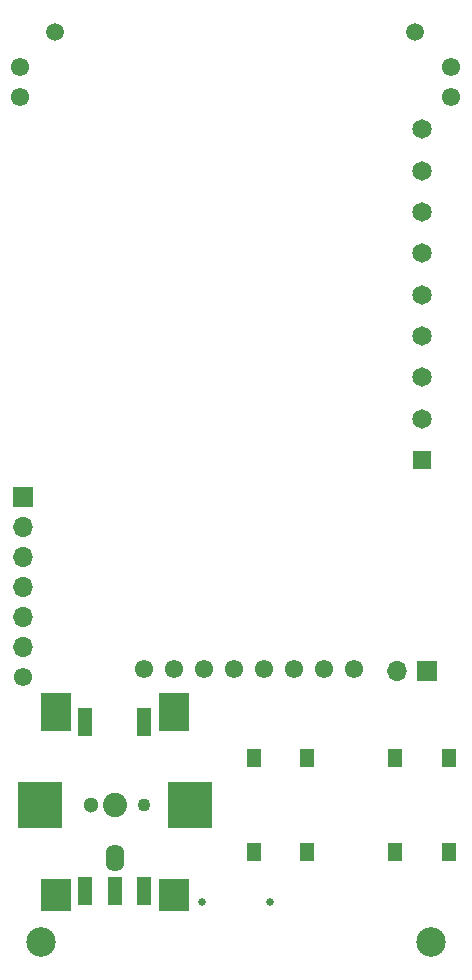
<source format=gbr>
%TF.GenerationSoftware,KiCad,Pcbnew,8.0.6*%
%TF.CreationDate,2024-11-14T19:13:27+01:00*%
%TF.ProjectId,AxxSolder,41787853-6f6c-4646-9572-2e6b69636164,rev?*%
%TF.SameCoordinates,Original*%
%TF.FileFunction,Soldermask,Top*%
%TF.FilePolarity,Negative*%
%FSLAX46Y46*%
G04 Gerber Fmt 4.6, Leading zero omitted, Abs format (unit mm)*
G04 Created by KiCad (PCBNEW 8.0.6) date 2024-11-14 19:13:27*
%MOMM*%
%LPD*%
G01*
G04 APERTURE LIST*
%ADD10C,1.500000*%
%ADD11C,1.550000*%
%ADD12R,1.300000X1.550000*%
%ADD13C,2.500000*%
%ADD14C,1.300000*%
%ADD15C,2.050000*%
%ADD16O,1.550000X2.300000*%
%ADD17C,1.100000*%
%ADD18R,1.300000X2.400000*%
%ADD19R,3.750000X4.000000*%
%ADD20R,2.500000X3.200000*%
%ADD21R,2.500000X2.700000*%
%ADD22R,1.650000X1.650000*%
%ADD23C,1.650000*%
%ADD24R,1.700000X1.700000*%
%ADD25O,1.700000X1.700000*%
%ADD26C,0.650000*%
G04 APERTURE END LIST*
D10*
%TO.C,TFT1*%
X165220000Y-69950000D03*
X195700000Y-69950000D03*
%TD*%
D11*
%TO.C,J7*%
X172720000Y-123900000D03*
X175260000Y-123900000D03*
X177800000Y-123900000D03*
X180340000Y-123900000D03*
X182880000Y-123900000D03*
X185420000Y-123900000D03*
X187960000Y-123900000D03*
X190500000Y-123900000D03*
%TD*%
D12*
%TO.C,S3*%
X198500000Y-131425000D03*
X194000000Y-131425000D03*
X198500000Y-139375000D03*
X194000000Y-139375000D03*
%TD*%
D13*
%TO.C,H2*%
X197000000Y-147000000D03*
%TD*%
D14*
%TO.C,U2*%
X168250000Y-135400000D03*
D15*
X170250000Y-135400000D03*
D16*
X170250000Y-139900000D03*
D17*
X172750000Y-135400000D03*
D18*
X167750000Y-142700000D03*
X170250000Y-142700000D03*
X172750000Y-142700000D03*
X167750000Y-128400000D03*
X172750000Y-128400000D03*
D19*
X163875000Y-135400000D03*
D20*
X165250000Y-127500000D03*
D21*
X165250000Y-143050000D03*
D20*
X175250000Y-127500000D03*
D21*
X175250000Y-143050000D03*
D19*
X176625000Y-135400000D03*
%TD*%
D11*
%TO.C,TP13*%
X162500000Y-124550000D03*
%TD*%
D12*
%TO.C,S2*%
X186500000Y-131425000D03*
X182000000Y-131425000D03*
X186500000Y-139375000D03*
X182000000Y-139375000D03*
%TD*%
D13*
%TO.C,H1*%
X164000000Y-147000000D03*
%TD*%
D22*
%TO.C,J2*%
X196250000Y-106200000D03*
D23*
X196250000Y-102700000D03*
X196250000Y-99200000D03*
X196250000Y-95700000D03*
X196250000Y-92200000D03*
X196250000Y-88700000D03*
X196250000Y-85200000D03*
X196250000Y-81700000D03*
X196250000Y-78200000D03*
%TD*%
D24*
%TO.C,J3*%
X196675000Y-124100000D03*
D25*
X194135000Y-124100000D03*
%TD*%
D24*
%TO.C,J4*%
X162500000Y-109310000D03*
D25*
X162500000Y-111850000D03*
X162500000Y-114390000D03*
X162500000Y-116930000D03*
X162500000Y-119470000D03*
X162500000Y-122010000D03*
%TD*%
D26*
%TO.C,J1*%
X183390000Y-143647000D03*
X177610000Y-143647000D03*
%TD*%
D11*
%TO.C,J6*%
X198750000Y-72925000D03*
X198750000Y-75465000D03*
%TD*%
%TO.C,J5*%
X162250000Y-72925000D03*
X162250000Y-75465000D03*
%TD*%
M02*

</source>
